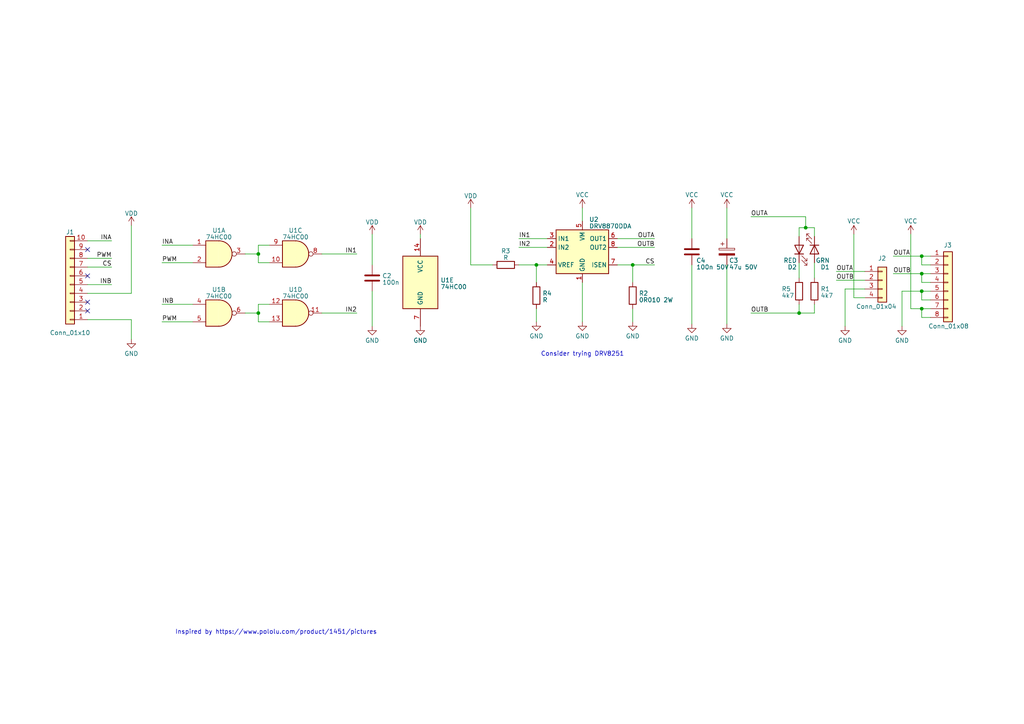
<source format=kicad_sch>
(kicad_sch (version 20230121) (generator eeschema)
  (paper "A4")
  (title_block (date "2023-05-11") (rev "v1.0a"))
  (lib_symbols
    (symbol "74xx:74HC00" (pin_names (offset 1.016))
      (property "Reference" "U" (at 0 1.27 0))
      (property "Value" "74HC00" (at 0 -1.27 0))
      (symbol "74HC00_1_1"
        (arc (start 0 -3.81) (mid 3.7934 0) (end 0 3.81) (stroke (width 0.254)) (fill (type background)))
        (polyline (pts (xy 0 3.81) (xy -3.81 3.81) (xy -3.81 -3.81) (xy 0 -3.81)) (stroke (width 0.254)) (fill (type background)))
        (pin input line (at -7.62 2.54 0) (length 3.81) (name "~") (number "1"))
        (pin input line (at -7.62 -2.54 0) (length 3.81) (name "~") (number "2"))
        (pin output inverted (at 7.62 0 180) (length 3.81) (name "~") (number "3"))
      )
      (symbol "74HC00_1_2"
        (arc (start -3.81 -3.81) (mid -2.589 0) (end -3.81 3.81) (stroke (width 0.254)))
        (arc (start -0.6096 -3.81) (mid 2.1842 -2.5851) (end 3.81 0) (stroke (width 0.254)) (fill (type background)))
        (polyline (pts (xy -3.81 -3.81) (xy -0.635 -3.81)) (stroke (width 0.254)) (fill (type background)))
        (polyline (pts (xy -3.81 3.81) (xy -0.635 3.81)) (stroke (width 0.254)) (fill (type background)))
        (polyline (pts (xy -0.635 3.81) (xy -3.81 3.81) (xy -3.81 3.81) (xy -3.556 3.4036) (xy -3.0226 2.2606) (xy -2.6924 1.0414) (xy -2.6162 -0.254) (xy -2.7686 -1.4986) (xy -3.175 -2.7178) (xy -3.81 -3.81) (xy -3.81 -3.81) (xy -0.635 -3.81)) (stroke (width -25.4)) (fill (type background)))
        (arc (start 3.81 0) (mid 2.1915 2.5936) (end -0.6096 3.81) (stroke (width 0.254)) (fill (type background)))
        (pin input inverted (at -7.62 2.54 0) (length 4.318) (name "~") (number "1"))
        (pin input inverted (at -7.62 -2.54 0) (length 4.318) (name "~") (number "2"))
        (pin output line (at 7.62 0 180) (length 3.81) (name "~") (number "3"))
      )
      (symbol "74HC00_2_1"
        (arc (start 0 -3.81) (mid 3.7934 0) (end 0 3.81) (stroke (width 0.254)) (fill (type background)))
        (polyline (pts (xy 0 3.81) (xy -3.81 3.81) (xy -3.81 -3.81) (xy 0 -3.81)) (stroke (width 0.254)) (fill (type background)))
        (pin input line (at -7.62 2.54 0) (length 3.81) (name "~") (number "4"))
        (pin input line (at -7.62 -2.54 0) (length 3.81) (name "~") (number "5"))
        (pin output inverted (at 7.62 0 180) (length 3.81) (name "~") (number "6"))
      )
      (symbol "74HC00_2_2"
        (arc (start -3.81 -3.81) (mid -2.589 0) (end -3.81 3.81) (stroke (width 0.254)))
        (arc (start -0.6096 -3.81) (mid 2.1842 -2.5851) (end 3.81 0) (stroke (width 0.254)) (fill (type background)))
        (polyline (pts (xy -3.81 -3.81) (xy -0.635 -3.81)) (stroke (width 0.254)) (fill (type background)))
        (polyline (pts (xy -3.81 3.81) (xy -0.635 3.81)) (stroke (width 0.254)) (fill (type background)))
        (polyline (pts (xy -0.635 3.81) (xy -3.81 3.81) (xy -3.81 3.81) (xy -3.556 3.4036) (xy -3.0226 2.2606) (xy -2.6924 1.0414) (xy -2.6162 -0.254) (xy -2.7686 -1.4986) (xy -3.175 -2.7178) (xy -3.81 -3.81) (xy -3.81 -3.81) (xy -0.635 -3.81)) (stroke (width -25.4)) (fill (type background)))
        (arc (start 3.81 0) (mid 2.1915 2.5936) (end -0.6096 3.81) (stroke (width 0.254)) (fill (type background)))
        (pin input inverted (at -7.62 2.54 0) (length 4.318) (name "~") (number "4"))
        (pin input inverted (at -7.62 -2.54 0) (length 4.318) (name "~") (number "5"))
        (pin output line (at 7.62 0 180) (length 3.81) (name "~") (number "6"))
      )
      (symbol "74HC00_3_1"
        (arc (start 0 -3.81) (mid 3.7934 0) (end 0 3.81) (stroke (width 0.254)) (fill (type background)))
        (polyline (pts (xy 0 3.81) (xy -3.81 3.81) (xy -3.81 -3.81) (xy 0 -3.81)) (stroke (width 0.254)) (fill (type background)))
        (pin input line (at -7.62 -2.54 0) (length 3.81) (name "~") (number "10"))
        (pin output inverted (at 7.62 0 180) (length 3.81) (name "~") (number "8"))
        (pin input line (at -7.62 2.54 0) (length 3.81) (name "~") (number "9"))
      )
      (symbol "74HC00_3_2"
        (arc (start -3.81 -3.81) (mid -2.589 0) (end -3.81 3.81) (stroke (width 0.254)))
        (arc (start -0.6096 -3.81) (mid 2.1842 -2.5851) (end 3.81 0) (stroke (width 0.254)) (fill (type background)))
        (polyline (pts (xy -3.81 -3.81) (xy -0.635 -3.81)) (stroke (width 0.254)) (fill (type background)))
        (polyline (pts (xy -3.81 3.81) (xy -0.635 3.81)) (stroke (width 0.254)) (fill (type background)))
        (polyline (pts (xy -0.635 3.81) (xy -3.81 3.81) (xy -3.81 3.81) (xy -3.556 3.4036) (xy -3.0226 2.2606) (xy -2.6924 1.0414) (xy -2.6162 -0.254) (xy -2.7686 -1.4986) (xy -3.175 -2.7178) (xy -3.81 -3.81) (xy -3.81 -3.81) (xy -0.635 -3.81)) (stroke (width -25.4)) (fill (type background)))
        (arc (start 3.81 0) (mid 2.1915 2.5936) (end -0.6096 3.81) (stroke (width 0.254)) (fill (type background)))
        (pin input inverted (at -7.62 -2.54 0) (length 4.318) (name "~") (number "10"))
        (pin output line (at 7.62 0 180) (length 3.81) (name "~") (number "8"))
        (pin input inverted (at -7.62 2.54 0) (length 4.318) (name "~") (number "9"))
      )
      (symbol "74HC00_4_1"
        (arc (start 0 -3.81) (mid 3.7934 0) (end 0 3.81) (stroke (width 0.254)) (fill (type background)))
        (polyline (pts (xy 0 3.81) (xy -3.81 3.81) (xy -3.81 -3.81) (xy 0 -3.81)) (stroke (width 0.254)) (fill (type background)))
        (pin output inverted (at 7.62 0 180) (length 3.81) (name "~") (number "11"))
        (pin input line (at -7.62 2.54 0) (length 3.81) (name "~") (number "12"))
        (pin input line (at -7.62 -2.54 0) (length 3.81) (name "~") (number "13"))
      )
      (symbol "74HC00_4_2"
        (arc (start -3.81 -3.81) (mid -2.589 0) (end -3.81 3.81) (stroke (width 0.254)))
        (arc (start -0.6096 -3.81) (mid 2.1842 -2.5851) (end 3.81 0) (stroke (width 0.254)) (fill (type background)))
        (polyline (pts (xy -3.81 -3.81) (xy -0.635 -3.81)) (stroke (width 0.254)) (fill (type background)))
        (polyline (pts (xy -3.81 3.81) (xy -0.635 3.81)) (stroke (width 0.254)) (fill (type background)))
        (polyline (pts (xy -0.635 3.81) (xy -3.81 3.81) (xy -3.81 3.81) (xy -3.556 3.4036) (xy -3.0226 2.2606) (xy -2.6924 1.0414) (xy -2.6162 -0.254) (xy -2.7686 -1.4986) (xy -3.175 -2.7178) (xy -3.81 -3.81) (xy -3.81 -3.81) (xy -0.635 -3.81)) (stroke (width -25.4)) (fill (type background)))
        (arc (start 3.81 0) (mid 2.1915 2.5936) (end -0.6096 3.81) (stroke (width 0.254)) (fill (type background)))
        (pin output line (at 7.62 0 180) (length 3.81) (name "~") (number "11"))
        (pin input inverted (at -7.62 2.54 0) (length 4.318) (name "~") (number "12"))
        (pin input inverted (at -7.62 -2.54 0) (length 4.318) (name "~") (number "13"))
      )
      (symbol "74HC00_5_0"
        (pin power_in line (at 0 12.7 270) (length 5.08) (name "VCC") (number "14"))
        (pin power_in line (at 0 -12.7 90) (length 5.08) (name "GND") (number "7"))
      )
      (symbol "74HC00_5_1"
        (rectangle (start -5.08 7.62) (end 5.08 -7.62) (stroke (width 0.254)) (fill (type background)))
      )
    )
    (symbol "Connector_Generic:Conn_01x04" (pin_names (offset 1.016) hide)
      (property "Reference" "J" (at 0 5.08 0))
      (property "Value" "Conn_01x04" (at 0 -7.62 0))
      (symbol "Conn_01x04_1_1"
        (rectangle (start -1.27 -4.953) (end 0 -5.207) (stroke (width 0.1524)))
        (rectangle (start -1.27 -2.413) (end 0 -2.667) (stroke (width 0.1524)))
        (rectangle (start -1.27 0.127) (end 0 -0.127) (stroke (width 0.1524)))
        (rectangle (start -1.27 2.667) (end 0 2.413) (stroke (width 0.1524)))
        (rectangle (start -1.27 3.81) (end 1.27 -6.35) (stroke (width 0.254)) (fill (type background)))
        (pin passive line (at -5.08 2.54 0) (length 3.81) (name "Pin_1") (number "1"))
        (pin passive line (at -5.08 0 0) (length 3.81) (name "Pin_2") (number "2"))
        (pin passive line (at -5.08 -2.54 0) (length 3.81) (name "Pin_3") (number "3"))
        (pin passive line (at -5.08 -5.08 0) (length 3.81) (name "Pin_4") (number "4"))
      )
    )
    (symbol "Connector_Generic:Conn_01x08" (pin_names (offset 1.016) hide)
      (property "Reference" "J" (at 0 10.16 0))
      (property "Value" "Conn_01x08" (at 0 -12.7 0))
      (symbol "Conn_01x08_1_1"
        (rectangle (start -1.27 -10.033) (end 0 -10.287) (stroke (width 0.1524)))
        (rectangle (start -1.27 -7.493) (end 0 -7.747) (stroke (width 0.1524)))
        (rectangle (start -1.27 -4.953) (end 0 -5.207) (stroke (width 0.1524)))
        (rectangle (start -1.27 -2.413) (end 0 -2.667) (stroke (width 0.1524)))
        (rectangle (start -1.27 0.127) (end 0 -0.127) (stroke (width 0.1524)))
        (rectangle (start -1.27 2.667) (end 0 2.413) (stroke (width 0.1524)))
        (rectangle (start -1.27 5.207) (end 0 4.953) (stroke (width 0.1524)))
        (rectangle (start -1.27 7.747) (end 0 7.493) (stroke (width 0.1524)))
        (rectangle (start -1.27 8.89) (end 1.27 -11.43) (stroke (width 0.254)) (fill (type background)))
        (pin passive line (at -5.08 7.62 0) (length 3.81) (name "Pin_1") (number "1"))
        (pin passive line (at -5.08 5.08 0) (length 3.81) (name "Pin_2") (number "2"))
        (pin passive line (at -5.08 2.54 0) (length 3.81) (name "Pin_3") (number "3"))
        (pin passive line (at -5.08 0 0) (length 3.81) (name "Pin_4") (number "4"))
        (pin passive line (at -5.08 -2.54 0) (length 3.81) (name "Pin_5") (number "5"))
        (pin passive line (at -5.08 -5.08 0) (length 3.81) (name "Pin_6") (number "6"))
        (pin passive line (at -5.08 -7.62 0) (length 3.81) (name "Pin_7") (number "7"))
        (pin passive line (at -5.08 -10.16 0) (length 3.81) (name "Pin_8") (number "8"))
      )
    )
    (symbol "Connector_Generic:Conn_01x10" (pin_names (offset 1.016) hide)
      (property "Reference" "J" (at 0 12.7 0))
      (property "Value" "Conn_01x10" (at 0 -15.24 0))
      (symbol "Conn_01x10_1_1"
        (rectangle (start -1.27 -12.573) (end 0 -12.827) (stroke (width 0.1524)))
        (rectangle (start -1.27 -10.033) (end 0 -10.287) (stroke (width 0.1524)))
        (rectangle (start -1.27 -7.493) (end 0 -7.747) (stroke (width 0.1524)))
        (rectangle (start -1.27 -4.953) (end 0 -5.207) (stroke (width 0.1524)))
        (rectangle (start -1.27 -2.413) (end 0 -2.667) (stroke (width 0.1524)))
        (rectangle (start -1.27 0.127) (end 0 -0.127) (stroke (width 0.1524)))
        (rectangle (start -1.27 2.667) (end 0 2.413) (stroke (width 0.1524)))
        (rectangle (start -1.27 5.207) (end 0 4.953) (stroke (width 0.1524)))
        (rectangle (start -1.27 7.747) (end 0 7.493) (stroke (width 0.1524)))
        (rectangle (start -1.27 10.287) (end 0 10.033) (stroke (width 0.1524)))
        (rectangle (start -1.27 11.43) (end 1.27 -13.97) (stroke (width 0.254)) (fill (type background)))
        (pin passive line (at -5.08 10.16 0) (length 3.81) (name "Pin_1") (number "1"))
        (pin passive line (at -5.08 -12.7 0) (length 3.81) (name "Pin_10") (number "10"))
        (pin passive line (at -5.08 7.62 0) (length 3.81) (name "Pin_2") (number "2"))
        (pin passive line (at -5.08 5.08 0) (length 3.81) (name "Pin_3") (number "3"))
        (pin passive line (at -5.08 2.54 0) (length 3.81) (name "Pin_4") (number "4"))
        (pin passive line (at -5.08 0 0) (length 3.81) (name "Pin_5") (number "5"))
        (pin passive line (at -5.08 -2.54 0) (length 3.81) (name "Pin_6") (number "6"))
        (pin passive line (at -5.08 -5.08 0) (length 3.81) (name "Pin_7") (number "7"))
        (pin passive line (at -5.08 -7.62 0) (length 3.81) (name "Pin_8") (number "8"))
        (pin passive line (at -5.08 -10.16 0) (length 3.81) (name "Pin_9") (number "9"))
      )
    )
    (symbol "Device:C" (pin_numbers hide) (pin_names (offset 0.254))
      (property "Reference" "C" (at 0.635 2.54 0))
      (property "Value" "C" (at 0.635 -2.54 0))
      (symbol "C_0_1"
        (polyline (pts (xy -2.032 -0.762) (xy 2.032 -0.762)) (stroke (width 0.508)))
        (polyline (pts (xy -2.032 0.762) (xy 2.032 0.762)) (stroke (width 0.508)))
      )
      (symbol "C_1_1"
        (pin passive line (at 0 3.81 270) (length 2.794) (name "~") (number "1"))
        (pin passive line (at 0 -3.81 90) (length 2.794) (name "~") (number "2"))
      )
    )
    (symbol "Device:C_Polarized" (pin_numbers hide) (pin_names (offset 0.254))
      (property "Reference" "C" (at 0.635 2.54 0))
      (property "Value" "C_Polarized" (at 0.635 -2.54 0))
      (symbol "C_Polarized_0_1"
        (rectangle (start -2.286 0.508) (end 2.286 1.016))
        (polyline (pts (xy -1.778 2.286) (xy -0.762 2.286)))
        (polyline (pts (xy -1.27 2.794) (xy -1.27 1.778)))
        (rectangle (start 2.286 -0.508) (end -2.286 -1.016) (fill (type outline)))
      )
      (symbol "C_Polarized_1_1"
        (pin passive line (at 0 3.81 270) (length 2.794) (name "~") (number "1"))
        (pin passive line (at 0 -3.81 90) (length 2.794) (name "~") (number "2"))
      )
    )
    (symbol "Device:LED" (pin_numbers hide) (pin_names (offset 1.016) hide)
      (property "Reference" "D" (at 0 2.54 0))
      (property "Value" "LED" (at 0 -2.54 0))
      (symbol "LED_0_1"
        (polyline (pts (xy -1.27 -1.27) (xy -1.27 1.27)) (stroke (width 0.254)))
        (polyline (pts (xy -1.27 0) (xy 1.27 0)))
        (polyline (pts (xy 1.27 -1.27) (xy 1.27 1.27) (xy -1.27 0) (xy 1.27 -1.27)) (stroke (width 0.254)))
        (polyline (pts (xy -3.048 -0.762) (xy -4.572 -2.286) (xy -3.81 -2.286) (xy -4.572 -2.286) (xy -4.572 -1.524)))
        (polyline (pts (xy -1.778 -0.762) (xy -3.302 -2.286) (xy -2.54 -2.286) (xy -3.302 -2.286) (xy -3.302 -1.524)))
      )
      (symbol "LED_1_1"
        (pin passive line (at -3.81 0 0) (length 2.54) (name "K") (number "1"))
        (pin passive line (at 3.81 0 180) (length 2.54) (name "A") (number "2"))
      )
    )
    (symbol "Device:R" (pin_numbers hide) (pin_names (offset 0))
      (property "Reference" "R" (at 2.032 0 90))
      (property "Value" "R" (at 0 0 90))
      (symbol "R_0_1"
        (rectangle (start -1.016 -2.54) (end 1.016 2.54) (stroke (width 0.254)))
      )
      (symbol "R_1_1"
        (pin passive line (at 0 3.81 270) (length 1.27) (name "~") (number "1"))
        (pin passive line (at 0 -3.81 90) (length 1.27) (name "~") (number "2"))
      )
    )
    (symbol "Driver_Motor:DRV8870DDA"
      (property "Reference" "U" (at -6.35 6.35 0))
      (property "Value" "DRV8870DDA" (at 8.89 6.35 0))
      (symbol "DRV8870DDA_0_1"
        (rectangle (start -7.62 5.08) (end 7.62 -7.62) (stroke (width 0.254)) (fill (type background)))
      )
      (symbol "DRV8870DDA_1_1"
        (pin power_in line (at 0 -10.16 90) (length 2.54) (name "GND") (number "1"))
        (pin input line (at -10.16 0 0) (length 2.54) (name "IN2") (number "2"))
        (pin input line (at -10.16 2.54 0) (length 2.54) (name "IN1") (number "3"))
        (pin input line (at -10.16 -5.08 0) (length 2.54) (name "VREF") (number "4"))
        (pin power_in line (at 0 7.62 270) (length 2.54) (name "VM") (number "5"))
        (pin output line (at 10.16 2.54 180) (length 2.54) (name "OUT1") (number "6"))
        (pin passive line (at 10.16 -5.08 180) (length 2.54) (name "ISEN") (number "7"))
        (pin output line (at 10.16 0 180) (length 2.54) (name "OUT2") (number "8"))
        (pin passive line (at 0 -10.16 90) (length 2.54) hide (name "GND") (number "9"))
      )
    )
    (symbol "power:GND" (power) (pin_names (offset 0))
      (property "Value" "GND" (at 0 -3.81 0))
      (symbol "GND_0_1"
        (polyline (pts (xy 0 0) (xy 0 -1.27) (xy 1.27 -1.27) (xy 0 -2.54) (xy -1.27 -1.27) (xy 0 -1.27)))
      )
      (symbol "GND_1_1"
        (pin power_in line (at 0 0 270) (length 0) hide (name "GND") (number "1"))
      )
    )
    (symbol "power:VCC" (power) (pin_names (offset 0))
      (property "Value" "VCC" (at 0 3.81 0))
      (symbol "VCC_0_1"
        (polyline (pts (xy -0.762 1.27) (xy 0 2.54)))
        (polyline (pts (xy 0 0) (xy 0 2.54)))
        (polyline (pts (xy 0 2.54) (xy 0.762 1.27)))
      )
      (symbol "VCC_1_1"
        (pin power_in line (at 0 0 90) (length 0) hide (name "VCC") (number "1"))
      )
    )
    (symbol "power:VDD" (power) (pin_names (offset 0))
      (property "Value" "VDD" (at 0 3.81 0))
      (symbol "VDD_0_1"
        (polyline (pts (xy -0.762 1.27) (xy 0 2.54)))
        (polyline (pts (xy 0 0) (xy 0 2.54)))
        (polyline (pts (xy 0 2.54) (xy 0.762 1.27)))
      )
      (symbol "VDD_1_1"
        (pin power_in line (at 0 0 90) (length 0) hide (name "VDD") (number "1"))
      )
    )
  )
  (junction (at 233.68 66.04))
  (junction (at 74.93 73.66))
  (junction (at 155.575 76.835))
  (junction (at 267.335 74.295))
  (junction (at 74.93 90.805))
  (junction (at 267.335 89.535))
  (junction (at 183.515 76.835))
  (junction (at 267.335 79.375))
  (junction (at 231.775 90.805))
  (junction (at 267.335 84.455))
  (no_connect (at 25.4 87.63))
  (no_connect (at 25.4 80.01))
  (no_connect (at 25.4 90.17))
  (no_connect (at 25.4 72.39))
  (wire (pts (xy 74.93 71.12) (xy 78.105 71.12)))
  (wire (pts (xy 25.4 92.71) (xy 38.1 92.71)))
  (wire (pts (xy 168.91 60.325) (xy 168.91 64.135)))
  (wire (pts (xy 168.91 81.915) (xy 168.91 93.345)))
  (wire (pts (xy 25.4 74.93) (xy 32.385 74.93)))
  (wire (pts (xy 200.66 76.835) (xy 200.66 93.98)))
  (wire (pts (xy 158.75 76.835) (xy 155.575 76.835)))
  (wire (pts (xy 231.775 76.2) (xy 231.775 80.645)))
  (wire (pts (xy 46.99 76.2) (xy 55.88 76.2)))
  (wire (pts (xy 210.82 76.835) (xy 210.82 93.98)))
  (wire (pts (xy 150.495 71.755) (xy 158.75 71.755)))
  (wire (pts (xy 210.82 60.325) (xy 210.82 69.215)))
  (wire (pts (xy 250.825 83.82) (xy 245.11 83.82)))
  (wire (pts (xy 71.12 90.805) (xy 74.93 90.805)))
  (wire (pts (xy 183.515 89.535) (xy 183.515 93.345)))
  (wire (pts (xy 259.08 79.375) (xy 267.335 79.375)))
  (wire (pts (xy 267.335 81.915) (xy 267.335 79.375)))
  (wire (pts (xy 236.22 76.2) (xy 236.22 80.645)))
  (wire (pts (xy 179.07 76.835) (xy 183.515 76.835)))
  (wire (pts (xy 25.4 77.47) (xy 32.385 77.47)))
  (wire (pts (xy 269.875 76.835) (xy 267.335 76.835)))
  (wire (pts (xy 155.575 89.535) (xy 155.575 93.345)))
  (wire (pts (xy 267.335 89.535) (xy 269.875 89.535)))
  (wire (pts (xy 267.335 92.075) (xy 267.335 89.535)))
  (wire (pts (xy 233.68 66.04) (xy 236.22 66.04)))
  (wire (pts (xy 25.4 69.85) (xy 32.385 69.85)))
  (wire (pts (xy 231.775 66.04) (xy 231.775 68.58)))
  (wire (pts (xy 150.495 69.215) (xy 158.75 69.215)))
  (wire (pts (xy 267.335 86.995) (xy 267.335 84.455)))
  (wire (pts (xy 121.92 67.945) (xy 121.92 69.215)))
  (wire (pts (xy 247.65 67.945) (xy 247.65 86.36)))
  (wire (pts (xy 267.335 76.835) (xy 267.335 74.295)))
  (wire (pts (xy 242.57 78.74) (xy 250.825 78.74)))
  (wire (pts (xy 179.07 69.215) (xy 189.865 69.215)))
  (wire (pts (xy 74.93 73.66) (xy 74.93 71.12)))
  (wire (pts (xy 231.775 90.805) (xy 236.22 90.805)))
  (wire (pts (xy 267.335 89.535) (xy 264.16 89.535)))
  (wire (pts (xy 71.12 73.66) (xy 74.93 73.66)))
  (wire (pts (xy 25.4 82.55) (xy 32.385 82.55)))
  (wire (pts (xy 236.22 66.04) (xy 236.22 68.58)))
  (wire (pts (xy 269.875 92.075) (xy 267.335 92.075)))
  (wire (pts (xy 267.335 84.455) (xy 269.875 84.455)))
  (wire (pts (xy 267.335 79.375) (xy 269.875 79.375)))
  (wire (pts (xy 74.93 76.2) (xy 78.105 76.2)))
  (wire (pts (xy 183.515 76.835) (xy 183.515 81.915)))
  (wire (pts (xy 179.07 71.755) (xy 189.865 71.755)))
  (wire (pts (xy 264.16 67.945) (xy 264.16 89.535)))
  (wire (pts (xy 74.93 88.265) (xy 78.105 88.265)))
  (wire (pts (xy 46.99 93.345) (xy 55.88 93.345)))
  (wire (pts (xy 93.345 90.805) (xy 103.505 90.805)))
  (wire (pts (xy 267.335 74.295) (xy 269.875 74.295)))
  (wire (pts (xy 217.805 90.805) (xy 231.775 90.805)))
  (wire (pts (xy 150.495 76.835) (xy 155.575 76.835)))
  (wire (pts (xy 236.22 88.265) (xy 236.22 90.805)))
  (wire (pts (xy 107.95 67.945) (xy 107.95 76.835)))
  (wire (pts (xy 74.93 93.345) (xy 78.105 93.345)))
  (wire (pts (xy 269.875 86.995) (xy 267.335 86.995)))
  (wire (pts (xy 261.62 84.455) (xy 261.62 94.615)))
  (wire (pts (xy 46.99 88.265) (xy 55.88 88.265)))
  (wire (pts (xy 74.93 90.805) (xy 74.93 88.265)))
  (wire (pts (xy 259.08 74.295) (xy 267.335 74.295)))
  (wire (pts (xy 269.875 81.915) (xy 267.335 81.915)))
  (wire (pts (xy 242.57 81.28) (xy 250.825 81.28)))
  (wire (pts (xy 25.4 85.09) (xy 38.1 85.09)))
  (wire (pts (xy 183.515 76.835) (xy 189.865 76.835)))
  (wire (pts (xy 136.525 60.325) (xy 136.525 76.835)))
  (wire (pts (xy 93.345 73.66) (xy 103.505 73.66)))
  (wire (pts (xy 155.575 76.835) (xy 155.575 81.915)))
  (wire (pts (xy 38.1 65.405) (xy 38.1 85.09)))
  (wire (pts (xy 136.525 76.835) (xy 142.875 76.835)))
  (wire (pts (xy 46.99 71.12) (xy 55.88 71.12)))
  (wire (pts (xy 233.68 66.04) (xy 233.68 62.865)))
  (wire (pts (xy 74.93 73.66) (xy 74.93 76.2)))
  (wire (pts (xy 267.335 84.455) (xy 261.62 84.455)))
  (wire (pts (xy 217.805 62.865) (xy 233.68 62.865)))
  (wire (pts (xy 107.95 84.455) (xy 107.95 94.615)))
  (wire (pts (xy 74.93 90.805) (xy 74.93 93.345)))
  (wire (pts (xy 245.11 83.82) (xy 245.11 94.615)))
  (wire (pts (xy 200.66 60.325) (xy 200.66 69.215)))
  (wire (pts (xy 231.775 88.265) (xy 231.775 90.805)))
  (wire (pts (xy 247.65 86.36) (xy 250.825 86.36)))
  (wire (pts (xy 231.775 66.04) (xy 233.68 66.04)))
  (wire (pts (xy 38.1 98.425) (xy 38.1 92.71)))
  (text "Consider trying DRV8251\n" (at 156.845 103.505 0) (effects (font (size 1.27 1.27)) (justify left bottom)))
  (text "Inspired by https://www.pololu.com/product/1451/pictures" (at 50.8 184.15 0) (effects (font (size 1.27 1.27)) (justify left bottom)))
  (label "INB" (at 46.99 88.265 0))
  (label "OUTA" (at 242.57 78.74 0))
  (label "PWM" (at 46.99 76.2 0))
  (label "IN2" (at 150.495 71.755 0))
  (label "OUTA" (at 189.865 69.215 180))
  (label "OUTB" (at 259.08 79.375 0))
  (label "IN1" (at 150.495 69.215 0))
  (label "IN1" (at 103.505 73.66 180))
  (label "PWM" (at 32.385 74.93 180))
  (label "IN2" (at 103.505 90.805 180))
  (label "OUTB" (at 217.805 90.805 0))
  (label "INA" (at 46.99 71.12 0))
  (label "CS" (at 189.865 76.835 180))
  (label "OUTB" (at 189.865 71.755 180))
  (label "OUTA" (at 217.805 62.865 0))
  (label "OUTA" (at 259.08 74.295 0))
  (label "INB" (at 32.385 82.55 180))
  (label "INA" (at 32.385 69.85 180))
  (label "PWM" (at 46.99 93.345 0))
  (label "CS" (at 32.385 77.47 180))
  (label "OUTB" (at 242.57 81.28 0))
  (symbol (lib_id "Device:LED") (at 236.22 72.39 270) (unit 1)
    (property "Reference" "D1" (at 240.665 77.47 90) (effects (justify right)))
    (property "Value" "GRN" (at 240.665 75.549 90) (effects (justify right)))
    (property "Footprint" "LED_SMD:LED_0805_2012Metric_Pad1.15x1.40mm_HandSolder" (effects hide))
  )
  (symbol (lib_id "power:VDD") (at 136.525 60.325 0) (unit 1)
    (property "Reference" "#PWR015" (effects hide))
    (property "Value" "VDD" (at 136.525 56.8231 0))
  )
  (symbol (lib_id "power:GND") (at 200.66 93.98 0) (unit 1)
    (property "Reference" "#PWR012" (effects hide))
    (property "Value" "GND" (at 200.66 98.1155 0))
  )
  (symbol (lib_id "power:GND") (at 261.62 94.615 0) (unit 1)
    (property "Reference" "#PWR02" (effects hide))
    (property "Value" "GND" (at 261.62 98.7505 0))
  )
  (symbol (lib_id "Device:R") (at 155.575 85.725 0) (unit 1)
    (property "Reference" "R4" (at 157.353 85.0813 0) (effects (justify left)))
    (property "Value" "R" (at 157.353 87.0023 0) (effects (justify left)))
    (property "Footprint" "Resistor_SMD:R_0805_2012Metric_Pad1.20x1.40mm_HandSolder" (effects hide))
  )
  (symbol (lib_id "power:VCC") (at 264.16 67.945 0) (unit 1)
    (property "Reference" "#PWR0101" (effects hide))
    (property "Value" "VCC" (at 264.16 64.135 0))
  )
  (symbol (lib_id "Device:R") (at 183.515 85.725 0) (unit 1)
    (property "Reference" "R2" (at 185.293 85.0813 0) (effects (justify left)))
    (property "Value" "0R010 2W" (at 185.293 87.0023 0) (effects (justify left)))
    (property "Footprint" "Resistor_SMD:R_2512_6332Metric_Pad1.40x3.35mm_HandSolder" (effects hide))
    (property "URL" "https://www.aliexpress.com/item/1005004036630537.html" (effects hide))
  )
  (symbol (lib_id "Device:C_Polarized") (at 210.82 73.025 0) (unit 1)
    (property "Reference" "C3" (at 211.455 75.549 0) (effects (justify left)))
    (property "Value" "47u 50V" (at 211.455 77.47 0) (effects (justify left)))
    (property "Footprint" "Capacitor_THT:CP_Radial_D6.3mm_P2.50mm" (effects hide))
  )
  (symbol (lib_id "power:VDD") (at 107.95 67.945 0) (unit 1)
    (property "Reference" "#PWR09" (effects hide))
    (property "Value" "VDD" (at 107.95 64.4431 0))
  )
  (symbol (lib_id "Device:R") (at 146.685 76.835 90) (unit 1)
    (property "Reference" "R3" (at 146.685 72.8091 90))
    (property "Value" "R" (at 146.685 74.7301 90))
    (property "Footprint" "Resistor_SMD:R_0805_2012Metric_Pad1.20x1.40mm_HandSolder" (effects hide))
  )
  (symbol (lib_id "power:GND") (at 245.11 94.615 0) (unit 1)
    (property "Reference" "#PWR03" (effects hide))
    (property "Value" "GND" (at 245.11 98.7505 0))
  )
  (symbol (lib_id "power:GND") (at 210.82 93.98 0) (unit 1)
    (property "Reference" "#PWR014" (effects hide))
    (property "Value" "GND" (at 210.82 98.1155 0))
  )
  (symbol (lib_id "power:VCC") (at 168.91 60.325 0) (unit 1)
    (property "Reference" "#PWR016" (effects hide))
    (property "Value" "VCC" (at 168.91 56.515 0))
  )
  (symbol (lib_id "power:GND") (at 107.95 94.615 0) (unit 1)
    (property "Reference" "#PWR010" (effects hide))
    (property "Value" "GND" (at 107.95 98.7505 0))
  )
  (symbol (lib_id "Device:R") (at 236.22 84.455 0) (unit 1)
    (property "Reference" "R1" (at 237.998 83.8113 0) (effects (justify left)))
    (property "Value" "4k7" (at 237.998 85.7323 0) (effects (justify left)))
    (property "Footprint" "Resistor_SMD:R_0805_2012Metric_Pad1.20x1.40mm_HandSolder" (effects hide))
  )
  (symbol (lib_id "Device:C") (at 107.95 80.645 0) (unit 1)
    (property "Reference" "C2" (at 110.871 80.0013 0) (effects (justify left)))
    (property "Value" "100n" (at 110.871 81.9223 0) (effects (justify left)))
    (property "Footprint" "Capacitor_SMD:C_0805_2012Metric_Pad1.18x1.45mm_HandSolder" (effects hide))
  )
  (symbol (lib_id "74xx:74HC00") (at 63.5 90.805 0) (unit 2)
    (property "Reference" "U1" (at 63.4917 83.9851 0))
    (property "Value" "74HC00" (at 63.4917 85.9061 0))
    (property "Footprint" "Package_DIP:DIP-14_W7.62mm_LongPads" (effects hide))
    (property "Datasheet" "http://www.ti.com/lit/gpn/sn74hc00" (effects hide))
  )
  (symbol (lib_id "power:VDD") (at 38.1 65.405 0) (unit 1)
    (property "Reference" "#PWR04" (effects hide))
    (property "Value" "VDD" (at 38.1 61.9031 0))
  )
  (symbol (lib_id "Device:R") (at 231.775 84.455 0) (unit 1)
    (property "Reference" "R5" (at 226.695 83.804 0) (effects (justify left)))
    (property "Value" "4k7" (at 226.695 85.725 0) (effects (justify left)))
    (property "Footprint" "Resistor_SMD:R_0805_2012Metric_Pad1.20x1.40mm_HandSolder" (effects hide))
  )
  (symbol (lib_id "Device:C") (at 200.66 73.025 0) (unit 1)
    (property "Reference" "C4" (at 201.93 75.549 0) (effects (justify left)))
    (property "Value" "100n 50V" (at 201.93 77.47 0) (effects (justify left)))
    (property "Footprint" "Capacitor_SMD:C_0805_2012Metric_Pad1.18x1.45mm_HandSolder" (effects hide))
  )
  (symbol (lib_id "74xx:74HC00") (at 85.725 73.66 0) (unit 3)
    (property "Reference" "U1" (at 85.7167 66.8401 0))
    (property "Value" "74HC00" (at 85.7167 68.7611 0))
    (property "Footprint" "Package_DIP:DIP-14_W7.62mm_LongPads" (effects hide))
    (property "Datasheet" "http://www.ti.com/lit/gpn/sn74hc00" (effects hide))
  )
  (symbol (lib_id "74xx:74HC00") (at 85.725 90.805 0) (unit 4)
    (property "Reference" "U1" (at 85.7167 83.9851 0))
    (property "Value" "74HC00" (at 85.7167 85.9061 0))
    (property "Footprint" "Package_DIP:DIP-14_W7.62mm_LongPads" (effects hide))
    (property "Datasheet" "http://www.ti.com/lit/gpn/sn74hc00" (effects hide))
  )
  (symbol (lib_id "74xx:74HC00") (at 63.5 73.66 0) (unit 1)
    (property "Reference" "U1" (at 63.4917 66.8401 0))
    (property "Value" "74HC00" (at 63.4917 68.7611 0))
    (property "Footprint" "Package_DIP:DIP-14_W7.62mm_LongPads" (effects hide))
    (property "Datasheet" "http://www.ti.com/lit/gpn/sn74hc00" (effects hide))
  )
  (symbol (lib_id "power:VCC") (at 200.66 60.325 0) (unit 1)
    (property "Reference" "#PWR011" (effects hide))
    (property "Value" "VCC" (at 200.66 56.515 0))
  )
  (symbol (lib_id "74xx:74HC00") (at 121.92 81.915 0) (unit 5)
    (property "Reference" "U1" (at 127.762 81.2713 0) (effects (justify left)))
    (property "Value" "74HC00" (at 127.762 83.1923 0) (effects (justify left)))
    (property "Footprint" "Package_DIP:DIP-14_W7.62mm_LongPads" (effects hide))
    (property "Datasheet" "http://www.ti.com/lit/gpn/sn74hc00" (effects hide))
  )
  (symbol (lib_id "power:GND") (at 38.1 98.425 0) (unit 1)
    (property "Reference" "#PWR07" (effects hide))
    (property "Value" "GND" (at 38.1 102.5605 0))
  )
  (symbol (lib_id "Connector_Generic:Conn_01x10") (at 20.32 82.55 180) (unit 1)
    (property "Reference" "J1" (at 20.32 67.31 0))
    (property "Value" "Conn_01x10" (at 20.32 96.52 0))
    (property "Footprint" "Connector_PinHeader_2.54mm:PinHeader_1x10_P2.54mm_Vertical" (effects hide))
  )
  (symbol (lib_id "power:GND") (at 121.92 94.615 0) (unit 1)
    (property "Reference" "#PWR01" (effects hide))
    (property "Value" "GND" (at 121.92 98.7505 0))
  )
  (symbol (lib_id "power:VCC") (at 210.82 60.325 0) (unit 1)
    (property "Reference" "#PWR013" (effects hide))
    (property "Value" "VCC" (at 210.82 56.515 0))
  )
  (symbol (lib_id "Driver_Motor:DRV8870DDA") (at 168.91 71.755 0) (unit 1)
    (property "Reference" "U2" (at 170.8659 63.6651 0) (effects (justify left)))
    (property "Value" "DRV8870DDA" (at 170.8659 65.5861 0) (effects (justify left)))
    (property "Footprint" "a_library:Texas_HTSOP-8-1EP_3.9x4.9mm_P1.27mm_EP2.95x4.9mm_Mask2.4x3.1mm_ThermalVias" (effects hide))
    (property "Datasheet" "http://www.ti.com/lit/ds/symlink/drv8870.pdf" (effects hide))
  )
  (symbol (lib_id "power:GND") (at 183.515 93.345 0) (unit 1)
    (property "Reference" "#PWR05" (effects hide))
    (property "Value" "GND" (at 183.515 97.4805 0))
  )
  (symbol (lib_id "Device:LED") (at 231.775 72.39 90) (unit 1)
    (property "Reference" "D2" (at 231.14 77.47 90) (effects (justify left)))
    (property "Value" "RED" (at 231.14 75.549 90) (effects (justify left)))
    (property "Footprint" "LED_SMD:LED_0805_2012Metric_Pad1.15x1.40mm_HandSolder" (effects hide))
  )
  (symbol (lib_id "Connector_Generic:Conn_01x08") (at 274.955 81.915 0) (unit 1)
    (property "Reference" "J3" (at 273.685 71.12 0) (effects (justify left)))
    (property "Value" "Conn_01x08" (at 269.24 94.615 0) (effects (justify left)))
    (property "Footprint" "Connector_PinHeader_2.54mm:PinHeader_1x08_P2.54mm_Vertical" (effects hide))
  )
  (symbol (lib_id "power:VDD") (at 121.92 67.945 0) (unit 1)
    (property "Reference" "#PWR08" (effects hide))
    (property "Value" "VDD" (at 121.92 64.4431 0))
  )
  (symbol (lib_id "Connector_Generic:Conn_01x04") (at 255.905 81.28 0) (unit 1)
    (property "Reference" "J2" (at 254.635 74.93 0) (effects (justify left)))
    (property "Value" "Conn_01x04" (at 248.285 88.9 0) (effects (justify left)))
    (property "Footprint" "a_library:PinHeader_1x04_P5.04mm_Vertical" (effects hide))
  )
  (symbol (lib_id "power:GND") (at 168.91 93.345 0) (unit 1)
    (property "Reference" "#PWR017" (effects hide))
    (property "Value" "GND" (at 168.91 97.4805 0))
  )
  (symbol (lib_id "power:GND") (at 155.575 93.345 0) (unit 1)
    (property "Reference" "#PWR06" (effects hide))
    (property "Value" "GND" (at 155.575 97.4805 0))
  )
  (symbol (lib_id "power:VCC") (at 247.65 67.945 0) (unit 1)
    (property "Reference" "#PWR0102" (effects hide))
    (property "Value" "VCC" (at 247.65 64.135 0))
  )
)
</source>
